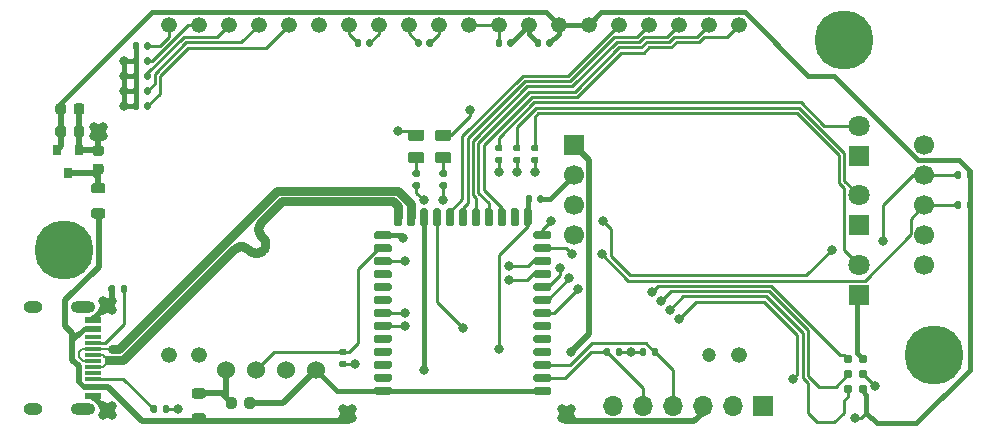
<source format=gtl>
G04 #@! TF.GenerationSoftware,KiCad,Pcbnew,(5.1.10)-1*
G04 #@! TF.CreationDate,2021-10-09T13:26:38+02:00*
G04 #@! TF.ProjectId,AirQualitySensor,41697251-7561-46c6-9974-7953656e736f,rev?*
G04 #@! TF.SameCoordinates,Original*
G04 #@! TF.FileFunction,Copper,L1,Top*
G04 #@! TF.FilePolarity,Positive*
%FSLAX46Y46*%
G04 Gerber Fmt 4.6, Leading zero omitted, Abs format (unit mm)*
G04 Created by KiCad (PCBNEW (5.1.10)-1) date 2021-10-09 13:26:38*
%MOMM*%
%LPD*%
G01*
G04 APERTURE LIST*
G04 #@! TA.AperFunction,ComponentPad*
%ADD10C,5.000000*%
G04 #@! TD*
G04 #@! TA.AperFunction,ComponentPad*
%ADD11C,1.800000*%
G04 #@! TD*
G04 #@! TA.AperFunction,ComponentPad*
%ADD12R,1.800000X1.800000*%
G04 #@! TD*
G04 #@! TA.AperFunction,ComponentPad*
%ADD13O,1.700000X1.700000*%
G04 #@! TD*
G04 #@! TA.AperFunction,ComponentPad*
%ADD14R,1.700000X1.700000*%
G04 #@! TD*
G04 #@! TA.AperFunction,SMDPad,CuDef*
%ADD15C,0.787000*%
G04 #@! TD*
G04 #@! TA.AperFunction,SMDPad,CuDef*
%ADD16R,0.800000X0.900000*%
G04 #@! TD*
G04 #@! TA.AperFunction,SMDPad,CuDef*
%ADD17R,1.450000X0.600000*%
G04 #@! TD*
G04 #@! TA.AperFunction,SMDPad,CuDef*
%ADD18R,1.450000X0.300000*%
G04 #@! TD*
G04 #@! TA.AperFunction,ComponentPad*
%ADD19O,2.100000X1.000000*%
G04 #@! TD*
G04 #@! TA.AperFunction,ComponentPad*
%ADD20O,1.600000X1.000000*%
G04 #@! TD*
G04 #@! TA.AperFunction,ComponentPad*
%ADD21C,1.524000*%
G04 #@! TD*
G04 #@! TA.AperFunction,ComponentPad*
%ADD22C,1.700000*%
G04 #@! TD*
G04 #@! TA.AperFunction,ComponentPad*
%ADD23C,1.337000*%
G04 #@! TD*
G04 #@! TA.AperFunction,ComponentPad*
%ADD24C,1.200000*%
G04 #@! TD*
G04 #@! TA.AperFunction,ViaPad*
%ADD25C,0.800000*%
G04 #@! TD*
G04 #@! TA.AperFunction,Conductor*
%ADD26C,0.500000*%
G04 #@! TD*
G04 #@! TA.AperFunction,Conductor*
%ADD27C,0.400000*%
G04 #@! TD*
G04 #@! TA.AperFunction,Conductor*
%ADD28C,0.250000*%
G04 #@! TD*
G04 #@! TA.AperFunction,Conductor*
%ADD29C,0.200000*%
G04 #@! TD*
G04 #@! TA.AperFunction,Conductor*
%ADD30C,0.770000*%
G04 #@! TD*
G04 APERTURE END LIST*
G04 #@! TA.AperFunction,SMDPad,CuDef*
G36*
G01*
X113029750Y-103139500D02*
X113792250Y-103139500D01*
G75*
G02*
X114011000Y-103358250I0J-218750D01*
G01*
X114011000Y-103795750D01*
G75*
G02*
X113792250Y-104014500I-218750J0D01*
G01*
X113029750Y-104014500D01*
G75*
G02*
X112811000Y-103795750I0J218750D01*
G01*
X112811000Y-103358250D01*
G75*
G02*
X113029750Y-103139500I218750J0D01*
G01*
G37*
G04 #@! TD.AperFunction*
G04 #@! TA.AperFunction,SMDPad,CuDef*
G36*
G01*
X113029750Y-101014500D02*
X113792250Y-101014500D01*
G75*
G02*
X114011000Y-101233250I0J-218750D01*
G01*
X114011000Y-101670750D01*
G75*
G02*
X113792250Y-101889500I-218750J0D01*
G01*
X113029750Y-101889500D01*
G75*
G02*
X112811000Y-101670750I0J218750D01*
G01*
X112811000Y-101233250D01*
G75*
G02*
X113029750Y-101014500I218750J0D01*
G01*
G37*
G04 #@! TD.AperFunction*
G04 #@! TA.AperFunction,SMDPad,CuDef*
G36*
G01*
X121538750Y-120513000D02*
X122301250Y-120513000D01*
G75*
G02*
X122520000Y-120731750I0J-218750D01*
G01*
X122520000Y-121169250D01*
G75*
G02*
X122301250Y-121388000I-218750J0D01*
G01*
X121538750Y-121388000D01*
G75*
G02*
X121320000Y-121169250I0J218750D01*
G01*
X121320000Y-120731750D01*
G75*
G02*
X121538750Y-120513000I218750J0D01*
G01*
G37*
G04 #@! TD.AperFunction*
G04 #@! TA.AperFunction,SMDPad,CuDef*
G36*
G01*
X121538750Y-118388000D02*
X122301250Y-118388000D01*
G75*
G02*
X122520000Y-118606750I0J-218750D01*
G01*
X122520000Y-119044250D01*
G75*
G02*
X122301250Y-119263000I-218750J0D01*
G01*
X121538750Y-119263000D01*
G75*
G02*
X121320000Y-119044250I0J218750D01*
G01*
X121320000Y-118606750D01*
G75*
G02*
X121538750Y-118388000I218750J0D01*
G01*
G37*
G04 #@! TD.AperFunction*
G04 #@! TA.AperFunction,SMDPad,CuDef*
G36*
G01*
X142436000Y-100949000D02*
X142806000Y-100949000D01*
G75*
G02*
X142941000Y-101084000I0J-135000D01*
G01*
X142941000Y-101354000D01*
G75*
G02*
X142806000Y-101489000I-135000J0D01*
G01*
X142436000Y-101489000D01*
G75*
G02*
X142301000Y-101354000I0J135000D01*
G01*
X142301000Y-101084000D01*
G75*
G02*
X142436000Y-100949000I135000J0D01*
G01*
G37*
G04 #@! TD.AperFunction*
G04 #@! TA.AperFunction,SMDPad,CuDef*
G36*
G01*
X142436000Y-99929000D02*
X142806000Y-99929000D01*
G75*
G02*
X142941000Y-100064000I0J-135000D01*
G01*
X142941000Y-100334000D01*
G75*
G02*
X142806000Y-100469000I-135000J0D01*
G01*
X142436000Y-100469000D01*
G75*
G02*
X142301000Y-100334000I0J135000D01*
G01*
X142301000Y-100064000D01*
G75*
G02*
X142436000Y-99929000I135000J0D01*
G01*
G37*
G04 #@! TD.AperFunction*
G04 #@! TA.AperFunction,SMDPad,CuDef*
G36*
G01*
X140150000Y-100949000D02*
X140520000Y-100949000D01*
G75*
G02*
X140655000Y-101084000I0J-135000D01*
G01*
X140655000Y-101354000D01*
G75*
G02*
X140520000Y-101489000I-135000J0D01*
G01*
X140150000Y-101489000D01*
G75*
G02*
X140015000Y-101354000I0J135000D01*
G01*
X140015000Y-101084000D01*
G75*
G02*
X140150000Y-100949000I135000J0D01*
G01*
G37*
G04 #@! TD.AperFunction*
G04 #@! TA.AperFunction,SMDPad,CuDef*
G36*
G01*
X140150000Y-99929000D02*
X140520000Y-99929000D01*
G75*
G02*
X140655000Y-100064000I0J-135000D01*
G01*
X140655000Y-100334000D01*
G75*
G02*
X140520000Y-100469000I-135000J0D01*
G01*
X140150000Y-100469000D01*
G75*
G02*
X140015000Y-100334000I0J135000D01*
G01*
X140015000Y-100064000D01*
G75*
G02*
X140150000Y-99929000I135000J0D01*
G01*
G37*
G04 #@! TD.AperFunction*
G04 #@! TA.AperFunction,SMDPad,CuDef*
G36*
G01*
X142164750Y-98367000D02*
X143077250Y-98367000D01*
G75*
G02*
X143321000Y-98610750I0J-243750D01*
G01*
X143321000Y-99098250D01*
G75*
G02*
X143077250Y-99342000I-243750J0D01*
G01*
X142164750Y-99342000D01*
G75*
G02*
X141921000Y-99098250I0J243750D01*
G01*
X141921000Y-98610750D01*
G75*
G02*
X142164750Y-98367000I243750J0D01*
G01*
G37*
G04 #@! TD.AperFunction*
G04 #@! TA.AperFunction,SMDPad,CuDef*
G36*
G01*
X142164750Y-96492000D02*
X143077250Y-96492000D01*
G75*
G02*
X143321000Y-96735750I0J-243750D01*
G01*
X143321000Y-97223250D01*
G75*
G02*
X143077250Y-97467000I-243750J0D01*
G01*
X142164750Y-97467000D01*
G75*
G02*
X141921000Y-97223250I0J243750D01*
G01*
X141921000Y-96735750D01*
G75*
G02*
X142164750Y-96492000I243750J0D01*
G01*
G37*
G04 #@! TD.AperFunction*
G04 #@! TA.AperFunction,SMDPad,CuDef*
G36*
G01*
X139878750Y-98367000D02*
X140791250Y-98367000D01*
G75*
G02*
X141035000Y-98610750I0J-243750D01*
G01*
X141035000Y-99098250D01*
G75*
G02*
X140791250Y-99342000I-243750J0D01*
G01*
X139878750Y-99342000D01*
G75*
G02*
X139635000Y-99098250I0J243750D01*
G01*
X139635000Y-98610750D01*
G75*
G02*
X139878750Y-98367000I243750J0D01*
G01*
G37*
G04 #@! TD.AperFunction*
G04 #@! TA.AperFunction,SMDPad,CuDef*
G36*
G01*
X139878750Y-96492000D02*
X140791250Y-96492000D01*
G75*
G02*
X141035000Y-96735750I0J-243750D01*
G01*
X141035000Y-97223250D01*
G75*
G02*
X140791250Y-97467000I-243750J0D01*
G01*
X139878750Y-97467000D01*
G75*
G02*
X139635000Y-97223250I0J243750D01*
G01*
X139635000Y-96735750D01*
G75*
G02*
X139878750Y-96492000I243750J0D01*
G01*
G37*
G04 #@! TD.AperFunction*
G04 #@! TA.AperFunction,SMDPad,CuDef*
G36*
G01*
X157212000Y-115501000D02*
X157212000Y-115131000D01*
G75*
G02*
X157347000Y-114996000I135000J0D01*
G01*
X157617000Y-114996000D01*
G75*
G02*
X157752000Y-115131000I0J-135000D01*
G01*
X157752000Y-115501000D01*
G75*
G02*
X157617000Y-115636000I-135000J0D01*
G01*
X157347000Y-115636000D01*
G75*
G02*
X157212000Y-115501000I0J135000D01*
G01*
G37*
G04 #@! TD.AperFunction*
G04 #@! TA.AperFunction,SMDPad,CuDef*
G36*
G01*
X156192000Y-115501000D02*
X156192000Y-115131000D01*
G75*
G02*
X156327000Y-114996000I135000J0D01*
G01*
X156597000Y-114996000D01*
G75*
G02*
X156732000Y-115131000I0J-135000D01*
G01*
X156732000Y-115501000D01*
G75*
G02*
X156597000Y-115636000I-135000J0D01*
G01*
X156327000Y-115636000D01*
G75*
G02*
X156192000Y-115501000I0J135000D01*
G01*
G37*
G04 #@! TD.AperFunction*
G04 #@! TA.AperFunction,SMDPad,CuDef*
G36*
G01*
X160262000Y-115501000D02*
X160262000Y-115131000D01*
G75*
G02*
X160397000Y-114996000I135000J0D01*
G01*
X160667000Y-114996000D01*
G75*
G02*
X160802000Y-115131000I0J-135000D01*
G01*
X160802000Y-115501000D01*
G75*
G02*
X160667000Y-115636000I-135000J0D01*
G01*
X160397000Y-115636000D01*
G75*
G02*
X160262000Y-115501000I0J135000D01*
G01*
G37*
G04 #@! TD.AperFunction*
G04 #@! TA.AperFunction,SMDPad,CuDef*
G36*
G01*
X159242000Y-115501000D02*
X159242000Y-115131000D01*
G75*
G02*
X159377000Y-114996000I135000J0D01*
G01*
X159647000Y-114996000D01*
G75*
G02*
X159782000Y-115131000I0J-135000D01*
G01*
X159782000Y-115501000D01*
G75*
G02*
X159647000Y-115636000I-135000J0D01*
G01*
X159377000Y-115636000D01*
G75*
G02*
X159242000Y-115501000I0J135000D01*
G01*
G37*
G04 #@! TD.AperFunction*
D10*
X184150000Y-115570000D03*
X176530000Y-88900000D03*
X110490000Y-106680000D03*
G04 #@! TA.AperFunction,SMDPad,CuDef*
G36*
G01*
X147135000Y-98792000D02*
X147505000Y-98792000D01*
G75*
G02*
X147640000Y-98927000I0J-135000D01*
G01*
X147640000Y-99197000D01*
G75*
G02*
X147505000Y-99332000I-135000J0D01*
G01*
X147135000Y-99332000D01*
G75*
G02*
X147000000Y-99197000I0J135000D01*
G01*
X147000000Y-98927000D01*
G75*
G02*
X147135000Y-98792000I135000J0D01*
G01*
G37*
G04 #@! TD.AperFunction*
G04 #@! TA.AperFunction,SMDPad,CuDef*
G36*
G01*
X147135000Y-97772000D02*
X147505000Y-97772000D01*
G75*
G02*
X147640000Y-97907000I0J-135000D01*
G01*
X147640000Y-98177000D01*
G75*
G02*
X147505000Y-98312000I-135000J0D01*
G01*
X147135000Y-98312000D01*
G75*
G02*
X147000000Y-98177000I0J135000D01*
G01*
X147000000Y-97907000D01*
G75*
G02*
X147135000Y-97772000I135000J0D01*
G01*
G37*
G04 #@! TD.AperFunction*
G04 #@! TA.AperFunction,SMDPad,CuDef*
G36*
G01*
X148659000Y-98792000D02*
X149029000Y-98792000D01*
G75*
G02*
X149164000Y-98927000I0J-135000D01*
G01*
X149164000Y-99197000D01*
G75*
G02*
X149029000Y-99332000I-135000J0D01*
G01*
X148659000Y-99332000D01*
G75*
G02*
X148524000Y-99197000I0J135000D01*
G01*
X148524000Y-98927000D01*
G75*
G02*
X148659000Y-98792000I135000J0D01*
G01*
G37*
G04 #@! TD.AperFunction*
G04 #@! TA.AperFunction,SMDPad,CuDef*
G36*
G01*
X148659000Y-97772000D02*
X149029000Y-97772000D01*
G75*
G02*
X149164000Y-97907000I0J-135000D01*
G01*
X149164000Y-98177000D01*
G75*
G02*
X149029000Y-98312000I-135000J0D01*
G01*
X148659000Y-98312000D01*
G75*
G02*
X148524000Y-98177000I0J135000D01*
G01*
X148524000Y-97907000D01*
G75*
G02*
X148659000Y-97772000I135000J0D01*
G01*
G37*
G04 #@! TD.AperFunction*
G04 #@! TA.AperFunction,SMDPad,CuDef*
G36*
G01*
X150183000Y-98792000D02*
X150553000Y-98792000D01*
G75*
G02*
X150688000Y-98927000I0J-135000D01*
G01*
X150688000Y-99197000D01*
G75*
G02*
X150553000Y-99332000I-135000J0D01*
G01*
X150183000Y-99332000D01*
G75*
G02*
X150048000Y-99197000I0J135000D01*
G01*
X150048000Y-98927000D01*
G75*
G02*
X150183000Y-98792000I135000J0D01*
G01*
G37*
G04 #@! TD.AperFunction*
G04 #@! TA.AperFunction,SMDPad,CuDef*
G36*
G01*
X150183000Y-97772000D02*
X150553000Y-97772000D01*
G75*
G02*
X150688000Y-97907000I0J-135000D01*
G01*
X150688000Y-98177000D01*
G75*
G02*
X150553000Y-98312000I-135000J0D01*
G01*
X150183000Y-98312000D01*
G75*
G02*
X150048000Y-98177000I0J135000D01*
G01*
X150048000Y-97907000D01*
G75*
G02*
X150183000Y-97772000I135000J0D01*
G01*
G37*
G04 #@! TD.AperFunction*
D11*
X177800000Y-96150000D03*
D12*
X177800000Y-98690000D03*
D11*
X177800000Y-102050000D03*
D12*
X177800000Y-104590000D03*
D11*
X177800000Y-107950000D03*
D12*
X177800000Y-110490000D03*
G04 #@! TA.AperFunction,SMDPad,CuDef*
G36*
G01*
X150930000Y-88984000D02*
X150930000Y-89324000D01*
G75*
G02*
X150790000Y-89464000I-140000J0D01*
G01*
X150510000Y-89464000D01*
G75*
G02*
X150370000Y-89324000I0J140000D01*
G01*
X150370000Y-88984000D01*
G75*
G02*
X150510000Y-88844000I140000J0D01*
G01*
X150790000Y-88844000D01*
G75*
G02*
X150930000Y-88984000I0J-140000D01*
G01*
G37*
G04 #@! TD.AperFunction*
G04 #@! TA.AperFunction,SMDPad,CuDef*
G36*
G01*
X151890000Y-88984000D02*
X151890000Y-89324000D01*
G75*
G02*
X151750000Y-89464000I-140000J0D01*
G01*
X151470000Y-89464000D01*
G75*
G02*
X151330000Y-89324000I0J140000D01*
G01*
X151330000Y-88984000D01*
G75*
G02*
X151470000Y-88844000I140000J0D01*
G01*
X151750000Y-88844000D01*
G75*
G02*
X151890000Y-88984000I0J-140000D01*
G01*
G37*
G04 #@! TD.AperFunction*
D13*
X156972000Y-119888000D03*
X159512000Y-119888000D03*
X162052000Y-119888000D03*
X164592000Y-119888000D03*
X167132000Y-119888000D03*
D14*
X169672000Y-119888000D03*
D15*
X178181000Y-118491000D03*
X178181000Y-117221000D03*
X178181000Y-115951000D03*
X176911000Y-115951000D03*
X176911000Y-117221000D03*
X176911000Y-118491000D03*
G04 #@! TA.AperFunction,SMDPad,CuDef*
G36*
G01*
X116894000Y-89238000D02*
X116894000Y-89578000D01*
G75*
G02*
X116754000Y-89718000I-140000J0D01*
G01*
X116474000Y-89718000D01*
G75*
G02*
X116334000Y-89578000I0J140000D01*
G01*
X116334000Y-89238000D01*
G75*
G02*
X116474000Y-89098000I140000J0D01*
G01*
X116754000Y-89098000D01*
G75*
G02*
X116894000Y-89238000I0J-140000D01*
G01*
G37*
G04 #@! TD.AperFunction*
G04 #@! TA.AperFunction,SMDPad,CuDef*
G36*
G01*
X117854000Y-89238000D02*
X117854000Y-89578000D01*
G75*
G02*
X117714000Y-89718000I-140000J0D01*
G01*
X117434000Y-89718000D01*
G75*
G02*
X117294000Y-89578000I0J140000D01*
G01*
X117294000Y-89238000D01*
G75*
G02*
X117434000Y-89098000I140000J0D01*
G01*
X117714000Y-89098000D01*
G75*
G02*
X117854000Y-89238000I0J-140000D01*
G01*
G37*
G04 #@! TD.AperFunction*
G04 #@! TA.AperFunction,SMDPad,CuDef*
G36*
G01*
X147628000Y-88984000D02*
X147628000Y-89324000D01*
G75*
G02*
X147488000Y-89464000I-140000J0D01*
G01*
X147208000Y-89464000D01*
G75*
G02*
X147068000Y-89324000I0J140000D01*
G01*
X147068000Y-88984000D01*
G75*
G02*
X147208000Y-88844000I140000J0D01*
G01*
X147488000Y-88844000D01*
G75*
G02*
X147628000Y-88984000I0J-140000D01*
G01*
G37*
G04 #@! TD.AperFunction*
G04 #@! TA.AperFunction,SMDPad,CuDef*
G36*
G01*
X148588000Y-88984000D02*
X148588000Y-89324000D01*
G75*
G02*
X148448000Y-89464000I-140000J0D01*
G01*
X148168000Y-89464000D01*
G75*
G02*
X148028000Y-89324000I0J140000D01*
G01*
X148028000Y-88984000D01*
G75*
G02*
X148168000Y-88844000I140000J0D01*
G01*
X148448000Y-88844000D01*
G75*
G02*
X148588000Y-88984000I0J-140000D01*
G01*
G37*
G04 #@! TD.AperFunction*
G04 #@! TA.AperFunction,SMDPad,CuDef*
G36*
G01*
X116894000Y-90508000D02*
X116894000Y-90848000D01*
G75*
G02*
X116754000Y-90988000I-140000J0D01*
G01*
X116474000Y-90988000D01*
G75*
G02*
X116334000Y-90848000I0J140000D01*
G01*
X116334000Y-90508000D01*
G75*
G02*
X116474000Y-90368000I140000J0D01*
G01*
X116754000Y-90368000D01*
G75*
G02*
X116894000Y-90508000I0J-140000D01*
G01*
G37*
G04 #@! TD.AperFunction*
G04 #@! TA.AperFunction,SMDPad,CuDef*
G36*
G01*
X117854000Y-90508000D02*
X117854000Y-90848000D01*
G75*
G02*
X117714000Y-90988000I-140000J0D01*
G01*
X117434000Y-90988000D01*
G75*
G02*
X117294000Y-90848000I0J140000D01*
G01*
X117294000Y-90508000D01*
G75*
G02*
X117434000Y-90368000I140000J0D01*
G01*
X117714000Y-90368000D01*
G75*
G02*
X117854000Y-90508000I0J-140000D01*
G01*
G37*
G04 #@! TD.AperFunction*
G04 #@! TA.AperFunction,SMDPad,CuDef*
G36*
G01*
X116894000Y-91778000D02*
X116894000Y-92118000D01*
G75*
G02*
X116754000Y-92258000I-140000J0D01*
G01*
X116474000Y-92258000D01*
G75*
G02*
X116334000Y-92118000I0J140000D01*
G01*
X116334000Y-91778000D01*
G75*
G02*
X116474000Y-91638000I140000J0D01*
G01*
X116754000Y-91638000D01*
G75*
G02*
X116894000Y-91778000I0J-140000D01*
G01*
G37*
G04 #@! TD.AperFunction*
G04 #@! TA.AperFunction,SMDPad,CuDef*
G36*
G01*
X117854000Y-91778000D02*
X117854000Y-92118000D01*
G75*
G02*
X117714000Y-92258000I-140000J0D01*
G01*
X117434000Y-92258000D01*
G75*
G02*
X117294000Y-92118000I0J140000D01*
G01*
X117294000Y-91778000D01*
G75*
G02*
X117434000Y-91638000I140000J0D01*
G01*
X117714000Y-91638000D01*
G75*
G02*
X117854000Y-91778000I0J-140000D01*
G01*
G37*
G04 #@! TD.AperFunction*
G04 #@! TA.AperFunction,SMDPad,CuDef*
G36*
G01*
X140798000Y-88984000D02*
X140798000Y-89324000D01*
G75*
G02*
X140658000Y-89464000I-140000J0D01*
G01*
X140378000Y-89464000D01*
G75*
G02*
X140238000Y-89324000I0J140000D01*
G01*
X140238000Y-88984000D01*
G75*
G02*
X140378000Y-88844000I140000J0D01*
G01*
X140658000Y-88844000D01*
G75*
G02*
X140798000Y-88984000I0J-140000D01*
G01*
G37*
G04 #@! TD.AperFunction*
G04 #@! TA.AperFunction,SMDPad,CuDef*
G36*
G01*
X141758000Y-88984000D02*
X141758000Y-89324000D01*
G75*
G02*
X141618000Y-89464000I-140000J0D01*
G01*
X141338000Y-89464000D01*
G75*
G02*
X141198000Y-89324000I0J140000D01*
G01*
X141198000Y-88984000D01*
G75*
G02*
X141338000Y-88844000I140000J0D01*
G01*
X141618000Y-88844000D01*
G75*
G02*
X141758000Y-88984000I0J-140000D01*
G01*
G37*
G04 #@! TD.AperFunction*
G04 #@! TA.AperFunction,SMDPad,CuDef*
G36*
G01*
X116894000Y-93048000D02*
X116894000Y-93388000D01*
G75*
G02*
X116754000Y-93528000I-140000J0D01*
G01*
X116474000Y-93528000D01*
G75*
G02*
X116334000Y-93388000I0J140000D01*
G01*
X116334000Y-93048000D01*
G75*
G02*
X116474000Y-92908000I140000J0D01*
G01*
X116754000Y-92908000D01*
G75*
G02*
X116894000Y-93048000I0J-140000D01*
G01*
G37*
G04 #@! TD.AperFunction*
G04 #@! TA.AperFunction,SMDPad,CuDef*
G36*
G01*
X117854000Y-93048000D02*
X117854000Y-93388000D01*
G75*
G02*
X117714000Y-93528000I-140000J0D01*
G01*
X117434000Y-93528000D01*
G75*
G02*
X117294000Y-93388000I0J140000D01*
G01*
X117294000Y-93048000D01*
G75*
G02*
X117434000Y-92908000I140000J0D01*
G01*
X117714000Y-92908000D01*
G75*
G02*
X117854000Y-93048000I0J-140000D01*
G01*
G37*
G04 #@! TD.AperFunction*
G04 #@! TA.AperFunction,SMDPad,CuDef*
G36*
G01*
X136650000Y-88984000D02*
X136650000Y-89324000D01*
G75*
G02*
X136510000Y-89464000I-140000J0D01*
G01*
X136230000Y-89464000D01*
G75*
G02*
X136090000Y-89324000I0J140000D01*
G01*
X136090000Y-88984000D01*
G75*
G02*
X136230000Y-88844000I140000J0D01*
G01*
X136510000Y-88844000D01*
G75*
G02*
X136650000Y-88984000I0J-140000D01*
G01*
G37*
G04 #@! TD.AperFunction*
G04 #@! TA.AperFunction,SMDPad,CuDef*
G36*
G01*
X135690000Y-88984000D02*
X135690000Y-89324000D01*
G75*
G02*
X135550000Y-89464000I-140000J0D01*
G01*
X135270000Y-89464000D01*
G75*
G02*
X135130000Y-89324000I0J140000D01*
G01*
X135130000Y-88984000D01*
G75*
G02*
X135270000Y-88844000I140000J0D01*
G01*
X135550000Y-88844000D01*
G75*
G02*
X135690000Y-88984000I0J-140000D01*
G01*
G37*
G04 #@! TD.AperFunction*
G04 #@! TA.AperFunction,SMDPad,CuDef*
G36*
G01*
X116894000Y-94318000D02*
X116894000Y-94658000D01*
G75*
G02*
X116754000Y-94798000I-140000J0D01*
G01*
X116474000Y-94798000D01*
G75*
G02*
X116334000Y-94658000I0J140000D01*
G01*
X116334000Y-94318000D01*
G75*
G02*
X116474000Y-94178000I140000J0D01*
G01*
X116754000Y-94178000D01*
G75*
G02*
X116894000Y-94318000I0J-140000D01*
G01*
G37*
G04 #@! TD.AperFunction*
G04 #@! TA.AperFunction,SMDPad,CuDef*
G36*
G01*
X117854000Y-94318000D02*
X117854000Y-94658000D01*
G75*
G02*
X117714000Y-94798000I-140000J0D01*
G01*
X117434000Y-94798000D01*
G75*
G02*
X117294000Y-94658000I0J140000D01*
G01*
X117294000Y-94318000D01*
G75*
G02*
X117434000Y-94178000I140000J0D01*
G01*
X117714000Y-94178000D01*
G75*
G02*
X117854000Y-94318000I0J-140000D01*
G01*
G37*
G04 #@! TD.AperFunction*
G04 #@! TA.AperFunction,SMDPad,CuDef*
G36*
G01*
X134297000Y-115584000D02*
X133927000Y-115584000D01*
G75*
G02*
X133792000Y-115449000I0J135000D01*
G01*
X133792000Y-115179000D01*
G75*
G02*
X133927000Y-115044000I135000J0D01*
G01*
X134297000Y-115044000D01*
G75*
G02*
X134432000Y-115179000I0J-135000D01*
G01*
X134432000Y-115449000D01*
G75*
G02*
X134297000Y-115584000I-135000J0D01*
G01*
G37*
G04 #@! TD.AperFunction*
G04 #@! TA.AperFunction,SMDPad,CuDef*
G36*
G01*
X134297000Y-116604000D02*
X133927000Y-116604000D01*
G75*
G02*
X133792000Y-116469000I0J135000D01*
G01*
X133792000Y-116199000D01*
G75*
G02*
X133927000Y-116064000I135000J0D01*
G01*
X134297000Y-116064000D01*
G75*
G02*
X134432000Y-116199000I0J-135000D01*
G01*
X134432000Y-116469000D01*
G75*
G02*
X134297000Y-116604000I-135000J0D01*
G01*
G37*
G04 #@! TD.AperFunction*
G04 #@! TA.AperFunction,SMDPad,CuDef*
G36*
G01*
X186450000Y-100145000D02*
X186450000Y-100515000D01*
G75*
G02*
X186315000Y-100650000I-135000J0D01*
G01*
X186045000Y-100650000D01*
G75*
G02*
X185910000Y-100515000I0J135000D01*
G01*
X185910000Y-100145000D01*
G75*
G02*
X186045000Y-100010000I135000J0D01*
G01*
X186315000Y-100010000D01*
G75*
G02*
X186450000Y-100145000I0J-135000D01*
G01*
G37*
G04 #@! TD.AperFunction*
G04 #@! TA.AperFunction,SMDPad,CuDef*
G36*
G01*
X187470000Y-100145000D02*
X187470000Y-100515000D01*
G75*
G02*
X187335000Y-100650000I-135000J0D01*
G01*
X187065000Y-100650000D01*
G75*
G02*
X186930000Y-100515000I0J135000D01*
G01*
X186930000Y-100145000D01*
G75*
G02*
X187065000Y-100010000I135000J0D01*
G01*
X187335000Y-100010000D01*
G75*
G02*
X187470000Y-100145000I0J-135000D01*
G01*
G37*
G04 #@! TD.AperFunction*
G04 #@! TA.AperFunction,SMDPad,CuDef*
G36*
G01*
X186450000Y-102685000D02*
X186450000Y-103055000D01*
G75*
G02*
X186315000Y-103190000I-135000J0D01*
G01*
X186045000Y-103190000D01*
G75*
G02*
X185910000Y-103055000I0J135000D01*
G01*
X185910000Y-102685000D01*
G75*
G02*
X186045000Y-102550000I135000J0D01*
G01*
X186315000Y-102550000D01*
G75*
G02*
X186450000Y-102685000I0J-135000D01*
G01*
G37*
G04 #@! TD.AperFunction*
G04 #@! TA.AperFunction,SMDPad,CuDef*
G36*
G01*
X187470000Y-102685000D02*
X187470000Y-103055000D01*
G75*
G02*
X187335000Y-103190000I-135000J0D01*
G01*
X187065000Y-103190000D01*
G75*
G02*
X186930000Y-103055000I0J135000D01*
G01*
X186930000Y-102685000D01*
G75*
G02*
X187065000Y-102550000I135000J0D01*
G01*
X187335000Y-102550000D01*
G75*
G02*
X187470000Y-102685000I0J-135000D01*
G01*
G37*
G04 #@! TD.AperFunction*
G04 #@! TA.AperFunction,SMDPad,CuDef*
G36*
G01*
X150168000Y-102192000D02*
X150168000Y-102532000D01*
G75*
G02*
X150028000Y-102672000I-140000J0D01*
G01*
X149748000Y-102672000D01*
G75*
G02*
X149608000Y-102532000I0J140000D01*
G01*
X149608000Y-102192000D01*
G75*
G02*
X149748000Y-102052000I140000J0D01*
G01*
X150028000Y-102052000D01*
G75*
G02*
X150168000Y-102192000I0J-140000D01*
G01*
G37*
G04 #@! TD.AperFunction*
G04 #@! TA.AperFunction,SMDPad,CuDef*
G36*
G01*
X151128000Y-102192000D02*
X151128000Y-102532000D01*
G75*
G02*
X150988000Y-102672000I-140000J0D01*
G01*
X150708000Y-102672000D01*
G75*
G02*
X150568000Y-102532000I0J140000D01*
G01*
X150568000Y-102192000D01*
G75*
G02*
X150708000Y-102052000I140000J0D01*
G01*
X150988000Y-102052000D01*
G75*
G02*
X151128000Y-102192000I0J-140000D01*
G01*
G37*
G04 #@! TD.AperFunction*
D16*
X110871000Y-100187000D03*
X109921000Y-98187000D03*
X111821000Y-98187000D03*
G04 #@! TA.AperFunction,SMDPad,CuDef*
G36*
G01*
X118858000Y-120327000D02*
X118858000Y-119957000D01*
G75*
G02*
X118993000Y-119822000I135000J0D01*
G01*
X119263000Y-119822000D01*
G75*
G02*
X119398000Y-119957000I0J-135000D01*
G01*
X119398000Y-120327000D01*
G75*
G02*
X119263000Y-120462000I-135000J0D01*
G01*
X118993000Y-120462000D01*
G75*
G02*
X118858000Y-120327000I0J135000D01*
G01*
G37*
G04 #@! TD.AperFunction*
G04 #@! TA.AperFunction,SMDPad,CuDef*
G36*
G01*
X117838000Y-120327000D02*
X117838000Y-119957000D01*
G75*
G02*
X117973000Y-119822000I135000J0D01*
G01*
X118243000Y-119822000D01*
G75*
G02*
X118378000Y-119957000I0J-135000D01*
G01*
X118378000Y-120327000D01*
G75*
G02*
X118243000Y-120462000I-135000J0D01*
G01*
X117973000Y-120462000D01*
G75*
G02*
X117838000Y-120327000I0J135000D01*
G01*
G37*
G04 #@! TD.AperFunction*
G04 #@! TA.AperFunction,SMDPad,CuDef*
G36*
G01*
X115302000Y-110167000D02*
X115302000Y-109797000D01*
G75*
G02*
X115437000Y-109662000I135000J0D01*
G01*
X115707000Y-109662000D01*
G75*
G02*
X115842000Y-109797000I0J-135000D01*
G01*
X115842000Y-110167000D01*
G75*
G02*
X115707000Y-110302000I-135000J0D01*
G01*
X115437000Y-110302000D01*
G75*
G02*
X115302000Y-110167000I0J135000D01*
G01*
G37*
G04 #@! TD.AperFunction*
G04 #@! TA.AperFunction,SMDPad,CuDef*
G36*
G01*
X114282000Y-110167000D02*
X114282000Y-109797000D01*
G75*
G02*
X114417000Y-109662000I135000J0D01*
G01*
X114687000Y-109662000D01*
G75*
G02*
X114822000Y-109797000I0J-135000D01*
G01*
X114822000Y-110167000D01*
G75*
G02*
X114687000Y-110302000I-135000J0D01*
G01*
X114417000Y-110302000D01*
G75*
G02*
X114282000Y-110167000I0J135000D01*
G01*
G37*
G04 #@! TD.AperFunction*
D17*
X113011000Y-119074000D03*
X113011000Y-118274000D03*
X113011000Y-113374000D03*
X113011000Y-112574000D03*
X113011000Y-112574000D03*
X113011000Y-113374000D03*
X113011000Y-118274000D03*
X113011000Y-119074000D03*
D18*
X113011000Y-114074000D03*
X113011000Y-114574000D03*
X113011000Y-115074000D03*
X113011000Y-116074000D03*
X113011000Y-116574000D03*
X113011000Y-117074000D03*
X113011000Y-117574000D03*
X113011000Y-115574000D03*
D19*
X112096000Y-120144000D03*
X112096000Y-111504000D03*
D20*
X107916000Y-111504000D03*
X107916000Y-120144000D03*
G04 #@! TA.AperFunction,SMDPad,CuDef*
G36*
G01*
X110686000Y-94492000D02*
X110686000Y-94992000D01*
G75*
G02*
X110461000Y-95217000I-225000J0D01*
G01*
X110011000Y-95217000D01*
G75*
G02*
X109786000Y-94992000I0J225000D01*
G01*
X109786000Y-94492000D01*
G75*
G02*
X110011000Y-94267000I225000J0D01*
G01*
X110461000Y-94267000D01*
G75*
G02*
X110686000Y-94492000I0J-225000D01*
G01*
G37*
G04 #@! TD.AperFunction*
G04 #@! TA.AperFunction,SMDPad,CuDef*
G36*
G01*
X112236000Y-94492000D02*
X112236000Y-94992000D01*
G75*
G02*
X112011000Y-95217000I-225000J0D01*
G01*
X111561000Y-95217000D01*
G75*
G02*
X111336000Y-94992000I0J225000D01*
G01*
X111336000Y-94492000D01*
G75*
G02*
X111561000Y-94267000I225000J0D01*
G01*
X112011000Y-94267000D01*
G75*
G02*
X112236000Y-94492000I0J-225000D01*
G01*
G37*
G04 #@! TD.AperFunction*
G04 #@! TA.AperFunction,SMDPad,CuDef*
G36*
G01*
X125788000Y-119884000D02*
X125788000Y-119384000D01*
G75*
G02*
X126013000Y-119159000I225000J0D01*
G01*
X126463000Y-119159000D01*
G75*
G02*
X126688000Y-119384000I0J-225000D01*
G01*
X126688000Y-119884000D01*
G75*
G02*
X126463000Y-120109000I-225000J0D01*
G01*
X126013000Y-120109000D01*
G75*
G02*
X125788000Y-119884000I0J225000D01*
G01*
G37*
G04 #@! TD.AperFunction*
G04 #@! TA.AperFunction,SMDPad,CuDef*
G36*
G01*
X124238000Y-119884000D02*
X124238000Y-119384000D01*
G75*
G02*
X124463000Y-119159000I225000J0D01*
G01*
X124913000Y-119159000D01*
G75*
G02*
X125138000Y-119384000I0J-225000D01*
G01*
X125138000Y-119884000D01*
G75*
G02*
X124913000Y-120109000I-225000J0D01*
G01*
X124463000Y-120109000D01*
G75*
G02*
X124238000Y-119884000I0J225000D01*
G01*
G37*
G04 #@! TD.AperFunction*
G04 #@! TA.AperFunction,SMDPad,CuDef*
G36*
G01*
X110686000Y-96397000D02*
X110686000Y-96897000D01*
G75*
G02*
X110461000Y-97122000I-225000J0D01*
G01*
X110011000Y-97122000D01*
G75*
G02*
X109786000Y-96897000I0J225000D01*
G01*
X109786000Y-96397000D01*
G75*
G02*
X110011000Y-96172000I225000J0D01*
G01*
X110461000Y-96172000D01*
G75*
G02*
X110686000Y-96397000I0J-225000D01*
G01*
G37*
G04 #@! TD.AperFunction*
G04 #@! TA.AperFunction,SMDPad,CuDef*
G36*
G01*
X112236000Y-96397000D02*
X112236000Y-96897000D01*
G75*
G02*
X112011000Y-97122000I-225000J0D01*
G01*
X111561000Y-97122000D01*
G75*
G02*
X111336000Y-96897000I0J225000D01*
G01*
X111336000Y-96397000D01*
G75*
G02*
X111561000Y-96172000I225000J0D01*
G01*
X112011000Y-96172000D01*
G75*
G02*
X112236000Y-96397000I0J-225000D01*
G01*
G37*
G04 #@! TD.AperFunction*
G04 #@! TA.AperFunction,SMDPad,CuDef*
G36*
G01*
X113161000Y-99372000D02*
X113661000Y-99372000D01*
G75*
G02*
X113886000Y-99597000I0J-225000D01*
G01*
X113886000Y-100047000D01*
G75*
G02*
X113661000Y-100272000I-225000J0D01*
G01*
X113161000Y-100272000D01*
G75*
G02*
X112936000Y-100047000I0J225000D01*
G01*
X112936000Y-99597000D01*
G75*
G02*
X113161000Y-99372000I225000J0D01*
G01*
G37*
G04 #@! TD.AperFunction*
G04 #@! TA.AperFunction,SMDPad,CuDef*
G36*
G01*
X113161000Y-97822000D02*
X113661000Y-97822000D01*
G75*
G02*
X113886000Y-98047000I0J-225000D01*
G01*
X113886000Y-98497000D01*
G75*
G02*
X113661000Y-98722000I-225000J0D01*
G01*
X113161000Y-98722000D01*
G75*
G02*
X112936000Y-98497000I0J225000D01*
G01*
X112936000Y-98047000D01*
G75*
G02*
X113161000Y-97822000I225000J0D01*
G01*
G37*
G04 #@! TD.AperFunction*
D21*
X131826000Y-116840000D03*
X129286000Y-116840000D03*
X126746000Y-116840000D03*
X124206000Y-116840000D03*
D22*
X183370000Y-97790000D03*
X183370000Y-100330000D03*
X183370000Y-102870000D03*
X183370000Y-105410000D03*
X153670000Y-105410000D03*
D14*
X153670000Y-97790000D03*
D22*
X153670000Y-100330000D03*
X153670000Y-102870000D03*
X183370000Y-107950000D03*
D23*
X167640000Y-115570000D03*
D24*
X165100000Y-115570000D03*
D23*
X121920000Y-115570000D03*
X119380000Y-115570000D03*
X119380000Y-87630000D03*
X121920000Y-87630000D03*
X124460000Y-87630000D03*
X127000000Y-87630000D03*
X129540000Y-87630000D03*
X132080000Y-87630000D03*
X134620000Y-87630000D03*
X137160000Y-87630000D03*
X139700000Y-87630000D03*
X142240000Y-87630000D03*
X144780000Y-87630000D03*
X147320000Y-87630000D03*
X149860000Y-87630000D03*
X152400000Y-87630000D03*
X154940000Y-87630000D03*
X157480000Y-87630000D03*
X160020000Y-87630000D03*
X162560000Y-87630000D03*
X165100000Y-87630000D03*
X167640000Y-87630000D03*
G04 #@! TA.AperFunction,SMDPad,CuDef*
G36*
G01*
X138604500Y-103149000D02*
X138939500Y-103149000D01*
G75*
G02*
X139107000Y-103316500I0J-167500D01*
G01*
X139107000Y-104511500D01*
G75*
G02*
X138939500Y-104679000I-167500J0D01*
G01*
X138604500Y-104679000D01*
G75*
G02*
X138437000Y-104511500I0J167500D01*
G01*
X138437000Y-103316500D01*
G75*
G02*
X138604500Y-103149000I167500J0D01*
G01*
G37*
G04 #@! TD.AperFunction*
G04 #@! TA.AperFunction,SMDPad,CuDef*
G36*
G01*
X139704500Y-103149000D02*
X140039500Y-103149000D01*
G75*
G02*
X140207000Y-103316500I0J-167500D01*
G01*
X140207000Y-104511500D01*
G75*
G02*
X140039500Y-104679000I-167500J0D01*
G01*
X139704500Y-104679000D01*
G75*
G02*
X139537000Y-104511500I0J167500D01*
G01*
X139537000Y-103316500D01*
G75*
G02*
X139704500Y-103149000I167500J0D01*
G01*
G37*
G04 #@! TD.AperFunction*
G04 #@! TA.AperFunction,SMDPad,CuDef*
G36*
G01*
X140804500Y-103149000D02*
X141139500Y-103149000D01*
G75*
G02*
X141307000Y-103316500I0J-167500D01*
G01*
X141307000Y-104511500D01*
G75*
G02*
X141139500Y-104679000I-167500J0D01*
G01*
X140804500Y-104679000D01*
G75*
G02*
X140637000Y-104511500I0J167500D01*
G01*
X140637000Y-103316500D01*
G75*
G02*
X140804500Y-103149000I167500J0D01*
G01*
G37*
G04 #@! TD.AperFunction*
G04 #@! TA.AperFunction,SMDPad,CuDef*
G36*
G01*
X141904500Y-103149000D02*
X142239500Y-103149000D01*
G75*
G02*
X142407000Y-103316500I0J-167500D01*
G01*
X142407000Y-104511500D01*
G75*
G02*
X142239500Y-104679000I-167500J0D01*
G01*
X141904500Y-104679000D01*
G75*
G02*
X141737000Y-104511500I0J167500D01*
G01*
X141737000Y-103316500D01*
G75*
G02*
X141904500Y-103149000I167500J0D01*
G01*
G37*
G04 #@! TD.AperFunction*
G04 #@! TA.AperFunction,SMDPad,CuDef*
G36*
G01*
X143004500Y-103149000D02*
X143339500Y-103149000D01*
G75*
G02*
X143507000Y-103316500I0J-167500D01*
G01*
X143507000Y-104511500D01*
G75*
G02*
X143339500Y-104679000I-167500J0D01*
G01*
X143004500Y-104679000D01*
G75*
G02*
X142837000Y-104511500I0J167500D01*
G01*
X142837000Y-103316500D01*
G75*
G02*
X143004500Y-103149000I167500J0D01*
G01*
G37*
G04 #@! TD.AperFunction*
G04 #@! TA.AperFunction,SMDPad,CuDef*
G36*
G01*
X149604500Y-103149000D02*
X149939500Y-103149000D01*
G75*
G02*
X150107000Y-103316500I0J-167500D01*
G01*
X150107000Y-104511500D01*
G75*
G02*
X149939500Y-104679000I-167500J0D01*
G01*
X149604500Y-104679000D01*
G75*
G02*
X149437000Y-104511500I0J167500D01*
G01*
X149437000Y-103316500D01*
G75*
G02*
X149604500Y-103149000I167500J0D01*
G01*
G37*
G04 #@! TD.AperFunction*
G04 #@! TA.AperFunction,SMDPad,CuDef*
G36*
G01*
X148504500Y-103149000D02*
X148839500Y-103149000D01*
G75*
G02*
X149007000Y-103316500I0J-167500D01*
G01*
X149007000Y-104511500D01*
G75*
G02*
X148839500Y-104679000I-167500J0D01*
G01*
X148504500Y-104679000D01*
G75*
G02*
X148337000Y-104511500I0J167500D01*
G01*
X148337000Y-103316500D01*
G75*
G02*
X148504500Y-103149000I167500J0D01*
G01*
G37*
G04 #@! TD.AperFunction*
G04 #@! TA.AperFunction,SMDPad,CuDef*
G36*
G01*
X147404500Y-103149000D02*
X147739500Y-103149000D01*
G75*
G02*
X147907000Y-103316500I0J-167500D01*
G01*
X147907000Y-104511500D01*
G75*
G02*
X147739500Y-104679000I-167500J0D01*
G01*
X147404500Y-104679000D01*
G75*
G02*
X147237000Y-104511500I0J167500D01*
G01*
X147237000Y-103316500D01*
G75*
G02*
X147404500Y-103149000I167500J0D01*
G01*
G37*
G04 #@! TD.AperFunction*
G04 #@! TA.AperFunction,SMDPad,CuDef*
G36*
G01*
X146304500Y-103149000D02*
X146639500Y-103149000D01*
G75*
G02*
X146807000Y-103316500I0J-167500D01*
G01*
X146807000Y-104511500D01*
G75*
G02*
X146639500Y-104679000I-167500J0D01*
G01*
X146304500Y-104679000D01*
G75*
G02*
X146137000Y-104511500I0J167500D01*
G01*
X146137000Y-103316500D01*
G75*
G02*
X146304500Y-103149000I167500J0D01*
G01*
G37*
G04 #@! TD.AperFunction*
G04 #@! TA.AperFunction,SMDPad,CuDef*
G36*
G01*
X145204500Y-103149000D02*
X145539500Y-103149000D01*
G75*
G02*
X145707000Y-103316500I0J-167500D01*
G01*
X145707000Y-104511500D01*
G75*
G02*
X145539500Y-104679000I-167500J0D01*
G01*
X145204500Y-104679000D01*
G75*
G02*
X145037000Y-104511500I0J167500D01*
G01*
X145037000Y-103316500D01*
G75*
G02*
X145204500Y-103149000I167500J0D01*
G01*
G37*
G04 #@! TD.AperFunction*
G04 #@! TA.AperFunction,SMDPad,CuDef*
G36*
G01*
X138287000Y-105246500D02*
X138287000Y-105581500D01*
G75*
G02*
X138119500Y-105749000I-167500J0D01*
G01*
X136924500Y-105749000D01*
G75*
G02*
X136757000Y-105581500I0J167500D01*
G01*
X136757000Y-105246500D01*
G75*
G02*
X136924500Y-105079000I167500J0D01*
G01*
X138119500Y-105079000D01*
G75*
G02*
X138287000Y-105246500I0J-167500D01*
G01*
G37*
G04 #@! TD.AperFunction*
G04 #@! TA.AperFunction,SMDPad,CuDef*
G36*
G01*
X144104500Y-103149000D02*
X144439500Y-103149000D01*
G75*
G02*
X144607000Y-103316500I0J-167500D01*
G01*
X144607000Y-104511500D01*
G75*
G02*
X144439500Y-104679000I-167500J0D01*
G01*
X144104500Y-104679000D01*
G75*
G02*
X143937000Y-104511500I0J167500D01*
G01*
X143937000Y-103316500D01*
G75*
G02*
X144104500Y-103149000I167500J0D01*
G01*
G37*
G04 #@! TD.AperFunction*
G04 #@! TA.AperFunction,SMDPad,CuDef*
G36*
G01*
X138287000Y-106346500D02*
X138287000Y-106681500D01*
G75*
G02*
X138119500Y-106849000I-167500J0D01*
G01*
X136924500Y-106849000D01*
G75*
G02*
X136757000Y-106681500I0J167500D01*
G01*
X136757000Y-106346500D01*
G75*
G02*
X136924500Y-106179000I167500J0D01*
G01*
X138119500Y-106179000D01*
G75*
G02*
X138287000Y-106346500I0J-167500D01*
G01*
G37*
G04 #@! TD.AperFunction*
G04 #@! TA.AperFunction,SMDPad,CuDef*
G36*
G01*
X138287000Y-107446500D02*
X138287000Y-107781500D01*
G75*
G02*
X138119500Y-107949000I-167500J0D01*
G01*
X136924500Y-107949000D01*
G75*
G02*
X136757000Y-107781500I0J167500D01*
G01*
X136757000Y-107446500D01*
G75*
G02*
X136924500Y-107279000I167500J0D01*
G01*
X138119500Y-107279000D01*
G75*
G02*
X138287000Y-107446500I0J-167500D01*
G01*
G37*
G04 #@! TD.AperFunction*
G04 #@! TA.AperFunction,SMDPad,CuDef*
G36*
G01*
X138287000Y-108546500D02*
X138287000Y-108881500D01*
G75*
G02*
X138119500Y-109049000I-167500J0D01*
G01*
X136924500Y-109049000D01*
G75*
G02*
X136757000Y-108881500I0J167500D01*
G01*
X136757000Y-108546500D01*
G75*
G02*
X136924500Y-108379000I167500J0D01*
G01*
X138119500Y-108379000D01*
G75*
G02*
X138287000Y-108546500I0J-167500D01*
G01*
G37*
G04 #@! TD.AperFunction*
G04 #@! TA.AperFunction,SMDPad,CuDef*
G36*
G01*
X138287000Y-109646500D02*
X138287000Y-109981500D01*
G75*
G02*
X138119500Y-110149000I-167500J0D01*
G01*
X136924500Y-110149000D01*
G75*
G02*
X136757000Y-109981500I0J167500D01*
G01*
X136757000Y-109646500D01*
G75*
G02*
X136924500Y-109479000I167500J0D01*
G01*
X138119500Y-109479000D01*
G75*
G02*
X138287000Y-109646500I0J-167500D01*
G01*
G37*
G04 #@! TD.AperFunction*
G04 #@! TA.AperFunction,SMDPad,CuDef*
G36*
G01*
X138287000Y-110746500D02*
X138287000Y-111081500D01*
G75*
G02*
X138119500Y-111249000I-167500J0D01*
G01*
X136924500Y-111249000D01*
G75*
G02*
X136757000Y-111081500I0J167500D01*
G01*
X136757000Y-110746500D01*
G75*
G02*
X136924500Y-110579000I167500J0D01*
G01*
X138119500Y-110579000D01*
G75*
G02*
X138287000Y-110746500I0J-167500D01*
G01*
G37*
G04 #@! TD.AperFunction*
G04 #@! TA.AperFunction,SMDPad,CuDef*
G36*
G01*
X138287000Y-118446500D02*
X138287000Y-118781500D01*
G75*
G02*
X138119500Y-118949000I-167500J0D01*
G01*
X136924500Y-118949000D01*
G75*
G02*
X136757000Y-118781500I0J167500D01*
G01*
X136757000Y-118446500D01*
G75*
G02*
X136924500Y-118279000I167500J0D01*
G01*
X138119500Y-118279000D01*
G75*
G02*
X138287000Y-118446500I0J-167500D01*
G01*
G37*
G04 #@! TD.AperFunction*
G04 #@! TA.AperFunction,SMDPad,CuDef*
G36*
G01*
X138287000Y-117346500D02*
X138287000Y-117681500D01*
G75*
G02*
X138119500Y-117849000I-167500J0D01*
G01*
X136924500Y-117849000D01*
G75*
G02*
X136757000Y-117681500I0J167500D01*
G01*
X136757000Y-117346500D01*
G75*
G02*
X136924500Y-117179000I167500J0D01*
G01*
X138119500Y-117179000D01*
G75*
G02*
X138287000Y-117346500I0J-167500D01*
G01*
G37*
G04 #@! TD.AperFunction*
G04 #@! TA.AperFunction,SMDPad,CuDef*
G36*
G01*
X138287000Y-116246500D02*
X138287000Y-116581500D01*
G75*
G02*
X138119500Y-116749000I-167500J0D01*
G01*
X136924500Y-116749000D01*
G75*
G02*
X136757000Y-116581500I0J167500D01*
G01*
X136757000Y-116246500D01*
G75*
G02*
X136924500Y-116079000I167500J0D01*
G01*
X138119500Y-116079000D01*
G75*
G02*
X138287000Y-116246500I0J-167500D01*
G01*
G37*
G04 #@! TD.AperFunction*
G04 #@! TA.AperFunction,SMDPad,CuDef*
G36*
G01*
X138287000Y-115146500D02*
X138287000Y-115481500D01*
G75*
G02*
X138119500Y-115649000I-167500J0D01*
G01*
X136924500Y-115649000D01*
G75*
G02*
X136757000Y-115481500I0J167500D01*
G01*
X136757000Y-115146500D01*
G75*
G02*
X136924500Y-114979000I167500J0D01*
G01*
X138119500Y-114979000D01*
G75*
G02*
X138287000Y-115146500I0J-167500D01*
G01*
G37*
G04 #@! TD.AperFunction*
G04 #@! TA.AperFunction,SMDPad,CuDef*
G36*
G01*
X138287000Y-114046500D02*
X138287000Y-114381500D01*
G75*
G02*
X138119500Y-114549000I-167500J0D01*
G01*
X136924500Y-114549000D01*
G75*
G02*
X136757000Y-114381500I0J167500D01*
G01*
X136757000Y-114046500D01*
G75*
G02*
X136924500Y-113879000I167500J0D01*
G01*
X138119500Y-113879000D01*
G75*
G02*
X138287000Y-114046500I0J-167500D01*
G01*
G37*
G04 #@! TD.AperFunction*
G04 #@! TA.AperFunction,SMDPad,CuDef*
G36*
G01*
X138287000Y-112946500D02*
X138287000Y-113281500D01*
G75*
G02*
X138119500Y-113449000I-167500J0D01*
G01*
X136924500Y-113449000D01*
G75*
G02*
X136757000Y-113281500I0J167500D01*
G01*
X136757000Y-112946500D01*
G75*
G02*
X136924500Y-112779000I167500J0D01*
G01*
X138119500Y-112779000D01*
G75*
G02*
X138287000Y-112946500I0J-167500D01*
G01*
G37*
G04 #@! TD.AperFunction*
G04 #@! TA.AperFunction,SMDPad,CuDef*
G36*
G01*
X151787000Y-118446500D02*
X151787000Y-118781500D01*
G75*
G02*
X151619500Y-118949000I-167500J0D01*
G01*
X150424500Y-118949000D01*
G75*
G02*
X150257000Y-118781500I0J167500D01*
G01*
X150257000Y-118446500D01*
G75*
G02*
X150424500Y-118279000I167500J0D01*
G01*
X151619500Y-118279000D01*
G75*
G02*
X151787000Y-118446500I0J-167500D01*
G01*
G37*
G04 #@! TD.AperFunction*
G04 #@! TA.AperFunction,SMDPad,CuDef*
G36*
G01*
X151787000Y-117346500D02*
X151787000Y-117681500D01*
G75*
G02*
X151619500Y-117849000I-167500J0D01*
G01*
X150424500Y-117849000D01*
G75*
G02*
X150257000Y-117681500I0J167500D01*
G01*
X150257000Y-117346500D01*
G75*
G02*
X150424500Y-117179000I167500J0D01*
G01*
X151619500Y-117179000D01*
G75*
G02*
X151787000Y-117346500I0J-167500D01*
G01*
G37*
G04 #@! TD.AperFunction*
G04 #@! TA.AperFunction,SMDPad,CuDef*
G36*
G01*
X151787000Y-116246500D02*
X151787000Y-116581500D01*
G75*
G02*
X151619500Y-116749000I-167500J0D01*
G01*
X150424500Y-116749000D01*
G75*
G02*
X150257000Y-116581500I0J167500D01*
G01*
X150257000Y-116246500D01*
G75*
G02*
X150424500Y-116079000I167500J0D01*
G01*
X151619500Y-116079000D01*
G75*
G02*
X151787000Y-116246500I0J-167500D01*
G01*
G37*
G04 #@! TD.AperFunction*
G04 #@! TA.AperFunction,SMDPad,CuDef*
G36*
G01*
X151787000Y-115146500D02*
X151787000Y-115481500D01*
G75*
G02*
X151619500Y-115649000I-167500J0D01*
G01*
X150424500Y-115649000D01*
G75*
G02*
X150257000Y-115481500I0J167500D01*
G01*
X150257000Y-115146500D01*
G75*
G02*
X150424500Y-114979000I167500J0D01*
G01*
X151619500Y-114979000D01*
G75*
G02*
X151787000Y-115146500I0J-167500D01*
G01*
G37*
G04 #@! TD.AperFunction*
G04 #@! TA.AperFunction,SMDPad,CuDef*
G36*
G01*
X151787000Y-114046500D02*
X151787000Y-114381500D01*
G75*
G02*
X151619500Y-114549000I-167500J0D01*
G01*
X150424500Y-114549000D01*
G75*
G02*
X150257000Y-114381500I0J167500D01*
G01*
X150257000Y-114046500D01*
G75*
G02*
X150424500Y-113879000I167500J0D01*
G01*
X151619500Y-113879000D01*
G75*
G02*
X151787000Y-114046500I0J-167500D01*
G01*
G37*
G04 #@! TD.AperFunction*
G04 #@! TA.AperFunction,SMDPad,CuDef*
G36*
G01*
X151787000Y-112946500D02*
X151787000Y-113281500D01*
G75*
G02*
X151619500Y-113449000I-167500J0D01*
G01*
X150424500Y-113449000D01*
G75*
G02*
X150257000Y-113281500I0J167500D01*
G01*
X150257000Y-112946500D01*
G75*
G02*
X150424500Y-112779000I167500J0D01*
G01*
X151619500Y-112779000D01*
G75*
G02*
X151787000Y-112946500I0J-167500D01*
G01*
G37*
G04 #@! TD.AperFunction*
G04 #@! TA.AperFunction,SMDPad,CuDef*
G36*
G01*
X151787000Y-105246500D02*
X151787000Y-105581500D01*
G75*
G02*
X151619500Y-105749000I-167500J0D01*
G01*
X150424500Y-105749000D01*
G75*
G02*
X150257000Y-105581500I0J167500D01*
G01*
X150257000Y-105246500D01*
G75*
G02*
X150424500Y-105079000I167500J0D01*
G01*
X151619500Y-105079000D01*
G75*
G02*
X151787000Y-105246500I0J-167500D01*
G01*
G37*
G04 #@! TD.AperFunction*
G04 #@! TA.AperFunction,SMDPad,CuDef*
G36*
G01*
X151787000Y-106346500D02*
X151787000Y-106681500D01*
G75*
G02*
X151619500Y-106849000I-167500J0D01*
G01*
X150424500Y-106849000D01*
G75*
G02*
X150257000Y-106681500I0J167500D01*
G01*
X150257000Y-106346500D01*
G75*
G02*
X150424500Y-106179000I167500J0D01*
G01*
X151619500Y-106179000D01*
G75*
G02*
X151787000Y-106346500I0J-167500D01*
G01*
G37*
G04 #@! TD.AperFunction*
G04 #@! TA.AperFunction,SMDPad,CuDef*
G36*
G01*
X151787000Y-107446500D02*
X151787000Y-107781500D01*
G75*
G02*
X151619500Y-107949000I-167500J0D01*
G01*
X150424500Y-107949000D01*
G75*
G02*
X150257000Y-107781500I0J167500D01*
G01*
X150257000Y-107446500D01*
G75*
G02*
X150424500Y-107279000I167500J0D01*
G01*
X151619500Y-107279000D01*
G75*
G02*
X151787000Y-107446500I0J-167500D01*
G01*
G37*
G04 #@! TD.AperFunction*
G04 #@! TA.AperFunction,SMDPad,CuDef*
G36*
G01*
X151787000Y-108546500D02*
X151787000Y-108881500D01*
G75*
G02*
X151619500Y-109049000I-167500J0D01*
G01*
X150424500Y-109049000D01*
G75*
G02*
X150257000Y-108881500I0J167500D01*
G01*
X150257000Y-108546500D01*
G75*
G02*
X150424500Y-108379000I167500J0D01*
G01*
X151619500Y-108379000D01*
G75*
G02*
X151787000Y-108546500I0J-167500D01*
G01*
G37*
G04 #@! TD.AperFunction*
G04 #@! TA.AperFunction,SMDPad,CuDef*
G36*
G01*
X151787000Y-109646500D02*
X151787000Y-109981500D01*
G75*
G02*
X151619500Y-110149000I-167500J0D01*
G01*
X150424500Y-110149000D01*
G75*
G02*
X150257000Y-109981500I0J167500D01*
G01*
X150257000Y-109646500D01*
G75*
G02*
X150424500Y-109479000I167500J0D01*
G01*
X151619500Y-109479000D01*
G75*
G02*
X151787000Y-109646500I0J-167500D01*
G01*
G37*
G04 #@! TD.AperFunction*
G04 #@! TA.AperFunction,SMDPad,CuDef*
G36*
G01*
X151787000Y-110746500D02*
X151787000Y-111081500D01*
G75*
G02*
X151619500Y-111249000I-167500J0D01*
G01*
X150424500Y-111249000D01*
G75*
G02*
X150257000Y-111081500I0J167500D01*
G01*
X150257000Y-110746500D01*
G75*
G02*
X150424500Y-110579000I167500J0D01*
G01*
X151619500Y-110579000D01*
G75*
G02*
X151787000Y-110746500I0J-167500D01*
G01*
G37*
G04 #@! TD.AperFunction*
G04 #@! TA.AperFunction,SMDPad,CuDef*
G36*
G01*
X138287000Y-111846500D02*
X138287000Y-112181500D01*
G75*
G02*
X138119500Y-112349000I-167500J0D01*
G01*
X136924500Y-112349000D01*
G75*
G02*
X136757000Y-112181500I0J167500D01*
G01*
X136757000Y-111846500D01*
G75*
G02*
X136924500Y-111679000I167500J0D01*
G01*
X138119500Y-111679000D01*
G75*
G02*
X138287000Y-111846500I0J-167500D01*
G01*
G37*
G04 #@! TD.AperFunction*
G04 #@! TA.AperFunction,SMDPad,CuDef*
G36*
G01*
X151787000Y-111846500D02*
X151787000Y-112181500D01*
G75*
G02*
X151619500Y-112349000I-167500J0D01*
G01*
X150424500Y-112349000D01*
G75*
G02*
X150257000Y-112181500I0J167500D01*
G01*
X150257000Y-111846500D01*
G75*
G02*
X150424500Y-111679000I167500J0D01*
G01*
X151619500Y-111679000D01*
G75*
G02*
X151787000Y-111846500I0J-167500D01*
G01*
G37*
G04 #@! TD.AperFunction*
D25*
X153416000Y-115316000D03*
X177500000Y-120900000D03*
X147320000Y-115062000D03*
X135128000Y-116332000D03*
X158496000Y-115316000D03*
X114554000Y-120650000D03*
X114554000Y-119888000D03*
X113792000Y-111760000D03*
X113792000Y-119888000D03*
X113792000Y-110998000D03*
X114554000Y-110998000D03*
X113792000Y-120650000D03*
X114554000Y-111760000D03*
X139192000Y-105664000D03*
X113030000Y-97028000D03*
X113030000Y-96266000D03*
X113792000Y-96266000D03*
X113792000Y-97028000D03*
X120142000Y-120142000D03*
X115570000Y-91948000D03*
X115570000Y-93218000D03*
X115570000Y-94488000D03*
X115570000Y-90678000D03*
X138811000Y-96647000D03*
X144907000Y-94869000D03*
X153543000Y-107061000D03*
X142621000Y-102489000D03*
X140970000Y-102489000D03*
X152654000Y-120904000D03*
X153416000Y-120904000D03*
X152654000Y-120142000D03*
X153416000Y-120142000D03*
X140970000Y-116840000D03*
X134874000Y-120142000D03*
X134112000Y-120142000D03*
X134112000Y-120904000D03*
X134874000Y-120904000D03*
X156083000Y-107061000D03*
X175514000Y-106680000D03*
X179832000Y-105918000D03*
X151765000Y-104267000D03*
X156177999Y-104234999D03*
X179200000Y-118200000D03*
X144272000Y-113284000D03*
X162560000Y-112522000D03*
X172200000Y-117600000D03*
X160274000Y-110236000D03*
X139350000Y-107614000D03*
X161798000Y-111760000D03*
X139350000Y-113114000D03*
X161036000Y-110998000D03*
X139350000Y-112014000D03*
X150368000Y-100076000D03*
X152527000Y-108204000D03*
X148844000Y-100076000D03*
X153289000Y-109093000D03*
X147320000Y-100076000D03*
X154051000Y-109982000D03*
X148200000Y-109220000D03*
X148209000Y-108077000D03*
D26*
X124206000Y-116840000D02*
X124180500Y-116840000D01*
X124206000Y-116840000D02*
X124206000Y-119139000D01*
X154970001Y-99090001D02*
X153670000Y-97790000D01*
X154970001Y-113761999D02*
X154970001Y-99090001D01*
X153416000Y-115316000D02*
X154970001Y-113761999D01*
X124688000Y-119621000D02*
X124206000Y-119139000D01*
X124688000Y-119634000D02*
X124688000Y-119621000D01*
X123892500Y-118825500D02*
X124206000Y-119139000D01*
X121920000Y-118825500D02*
X123892500Y-118825500D01*
D27*
X187200000Y-116812002D02*
X187200000Y-102870000D01*
X182663551Y-121348451D02*
X187200000Y-116812002D01*
X179324023Y-121348451D02*
X182663551Y-121348451D01*
X178441501Y-120465929D02*
X179324023Y-121348451D01*
X178441501Y-118920841D02*
X178441501Y-120465929D01*
X178181000Y-118660340D02*
X178441501Y-118920841D01*
X178181000Y-118491000D02*
X178181000Y-118660340D01*
X187200000Y-100330000D02*
X187200000Y-102870000D01*
X152400000Y-88364000D02*
X151610000Y-89154000D01*
X152400000Y-87630000D02*
X152400000Y-88364000D01*
X152400000Y-87630000D02*
X154940000Y-87630000D01*
D26*
X110236000Y-94742000D02*
X110236000Y-96647000D01*
X110236000Y-97872000D02*
X109921000Y-98187000D01*
X110236000Y-96647000D02*
X110236000Y-97872000D01*
D27*
X187200000Y-100010000D02*
X186269999Y-99079999D01*
X187200000Y-100330000D02*
X187200000Y-100010000D01*
X182809997Y-99079999D02*
X175677998Y-91948000D01*
X186269999Y-99079999D02*
X182809997Y-99079999D01*
X156008501Y-86561499D02*
X154940000Y-87630000D01*
X168152881Y-86561499D02*
X156008501Y-86561499D01*
X173539382Y-91948000D02*
X168152881Y-86561499D01*
X175677998Y-91948000D02*
X173539382Y-91948000D01*
X149772000Y-102478000D02*
X149888000Y-102362000D01*
X149772000Y-103914000D02*
X149772000Y-102478000D01*
X151331499Y-86561499D02*
X152400000Y-87630000D01*
X117941501Y-86561499D02*
X151331499Y-86561499D01*
X110236000Y-94267000D02*
X117941501Y-86561499D01*
X110236000Y-94742000D02*
X110236000Y-94267000D01*
D28*
X134114000Y-116332000D02*
X134112000Y-116334000D01*
X135128000Y-116332000D02*
X134114000Y-116332000D01*
X147320000Y-107131000D02*
X147320000Y-115062000D01*
X149772000Y-104679000D02*
X147320000Y-107131000D01*
X149772000Y-103914000D02*
X149772000Y-104679000D01*
X157482000Y-115316000D02*
X158496000Y-115316000D01*
X158496000Y-115316000D02*
X159512000Y-115316000D01*
D27*
X178441501Y-120465929D02*
X178434071Y-120465929D01*
D28*
X178007430Y-120900000D02*
X178441501Y-120465929D01*
X177500000Y-120900000D02*
X178007430Y-120900000D01*
D26*
X113011000Y-112541000D02*
X113792000Y-111760000D01*
X113011000Y-112574000D02*
X113011000Y-112541000D01*
X113011000Y-119107000D02*
X113792000Y-119888000D01*
X113011000Y-119074000D02*
X113011000Y-119107000D01*
X113792000Y-119888000D02*
X113792000Y-120561999D01*
X113792000Y-111760000D02*
X113792000Y-110998000D01*
X113792000Y-119888000D02*
X114554000Y-119888000D01*
X114554000Y-119888000D02*
X114554000Y-120650000D01*
X114554000Y-120650000D02*
X113792000Y-120650000D01*
X113792000Y-120650000D02*
X114554000Y-119888000D01*
X113792000Y-111760000D02*
X114554000Y-111760000D01*
X114554000Y-111760000D02*
X114554000Y-110998000D01*
X114554000Y-110998000D02*
X113792000Y-110998000D01*
X113792000Y-111760000D02*
X114554000Y-110998000D01*
D27*
X177665499Y-110624501D02*
X177800000Y-110490000D01*
X177665499Y-115435499D02*
X177665499Y-110624501D01*
X178181000Y-115951000D02*
X177665499Y-115435499D01*
X148336000Y-89154000D02*
X149860000Y-87630000D01*
X148308000Y-89154000D02*
X148336000Y-89154000D01*
X149860000Y-88364000D02*
X150650000Y-89154000D01*
X149860000Y-87630000D02*
X149860000Y-88364000D01*
X116614000Y-89408000D02*
X116614000Y-94488000D01*
D26*
X111786000Y-98152000D02*
X111821000Y-98187000D01*
X111786000Y-94742000D02*
X111786000Y-98152000D01*
X113326000Y-98187000D02*
X113411000Y-98272000D01*
X111821000Y-98187000D02*
X113326000Y-98187000D01*
X131826000Y-116840000D02*
X129286000Y-119380000D01*
D27*
X133600000Y-118614000D02*
X137522000Y-118614000D01*
X131826000Y-116840000D02*
X133600000Y-118614000D01*
X137522000Y-118614000D02*
X151022000Y-118614000D01*
X138942000Y-105414000D02*
X139192000Y-105664000D01*
X137522000Y-105414000D02*
X138942000Y-105414000D01*
D26*
X113030000Y-96266000D02*
X113792000Y-96266000D01*
X113792000Y-97028000D02*
X113792000Y-96266000D01*
X113030000Y-97028000D02*
X113792000Y-97028000D01*
X113030000Y-97028000D02*
X113030000Y-96266000D01*
X113792000Y-96266000D02*
X113030000Y-97028000D01*
X113411000Y-97409000D02*
X113030000Y-97028000D01*
X113411000Y-98272000D02*
X113411000Y-97409000D01*
X113792000Y-97028000D02*
X113411000Y-97409000D01*
D27*
X151638000Y-102362000D02*
X153670000Y-100330000D01*
X150848000Y-102362000D02*
X151638000Y-102362000D01*
D28*
X120142000Y-120142000D02*
X119128000Y-120142000D01*
D27*
X115570000Y-91948000D02*
X116614000Y-91948000D01*
D26*
X114554000Y-109984000D02*
X114552000Y-109982000D01*
X114554000Y-110998000D02*
X114554000Y-109984000D01*
D27*
X116614000Y-93218000D02*
X115570000Y-93218000D01*
X116614000Y-94488000D02*
X115570000Y-94488000D01*
X115570000Y-94488000D02*
X115570000Y-91948000D01*
X116614000Y-90678000D02*
X115570000Y-90678000D01*
X115570000Y-90678000D02*
X115570000Y-91948000D01*
D26*
X129032000Y-119634000D02*
X129286000Y-119380000D01*
X126238000Y-119634000D02*
X129032000Y-119634000D01*
D28*
X140002500Y-96647000D02*
X140335000Y-96979500D01*
X138811000Y-96647000D02*
X140002500Y-96647000D01*
X142953500Y-96647000D02*
X142621000Y-96979500D01*
X144907000Y-95377000D02*
X144907000Y-94869000D01*
X143304500Y-96979500D02*
X144907000Y-95377000D01*
X142621000Y-96979500D02*
X143304500Y-96979500D01*
D29*
X113840322Y-116574000D02*
X113011000Y-116574000D01*
X113011000Y-115574000D02*
X113796000Y-115574000D01*
X113796000Y-115574000D02*
X114046000Y-115824000D01*
X114046000Y-116368322D02*
X113840322Y-116574000D01*
X114046000Y-115824000D02*
X114046000Y-116368322D01*
X114413926Y-116000396D02*
X114046000Y-116368322D01*
X114413926Y-115996410D02*
X114413926Y-116000396D01*
X114046000Y-116332000D02*
X114300000Y-116078000D01*
X114046000Y-116368322D02*
X114046000Y-116332000D01*
X115234410Y-115996410D02*
X114949410Y-115711410D01*
X113933410Y-115711410D02*
X113796000Y-115574000D01*
X114949410Y-115711410D02*
X114412590Y-115711410D01*
X114412590Y-115711410D02*
X115826838Y-115711410D01*
X114412590Y-115711410D02*
X113933410Y-115711410D01*
X114046000Y-116368322D02*
X115169926Y-116368322D01*
D30*
X114440640Y-116023124D02*
X114413926Y-115996410D01*
D29*
X115169926Y-116368322D02*
X115515124Y-116023124D01*
D30*
X138772000Y-102958000D02*
X138772000Y-103914000D01*
X138383200Y-102569200D02*
X138772000Y-102958000D01*
X128969048Y-102569200D02*
X138383200Y-102569200D01*
X127199124Y-104339124D02*
X128969048Y-102569200D01*
X127088129Y-104478309D02*
X127199124Y-104339124D01*
X127010887Y-104638703D02*
X127088129Y-104478309D01*
X126971273Y-104812263D02*
X127010887Y-104638703D01*
X126074826Y-106587724D02*
X126187963Y-106700861D01*
X127312262Y-105576562D02*
X127199124Y-105463424D01*
X125935643Y-106476728D02*
X126074826Y-106587724D01*
X125601689Y-106359872D02*
X125775249Y-106399486D01*
X125423665Y-106359873D02*
X125601689Y-106359872D01*
X127312263Y-106700860D02*
X127423257Y-106561677D01*
X125250105Y-106399487D02*
X125423665Y-106359873D01*
X126187963Y-106700861D02*
X126327147Y-106811857D01*
X125775249Y-106399486D02*
X125935643Y-106476728D01*
X125089711Y-106476729D02*
X125250105Y-106399487D01*
X126839125Y-106928712D02*
X127012685Y-106889098D01*
X126327147Y-106811857D02*
X126487541Y-106889099D01*
X126971274Y-104990285D02*
X126971273Y-104812263D01*
X124950526Y-106587723D02*
X125089711Y-106476729D01*
X127173079Y-106811856D02*
X127312263Y-106700860D01*
X115541838Y-115996410D02*
X124950526Y-106587723D01*
X126487541Y-106889099D02*
X126661101Y-106928713D01*
X114413926Y-115996410D02*
X115541838Y-115996410D01*
X127012685Y-106889098D02*
X127173079Y-106811856D01*
X127540114Y-106049699D02*
X127500500Y-105876139D01*
X127010888Y-105163845D02*
X126971274Y-104990285D01*
X126661101Y-106928713D02*
X126839125Y-106928712D01*
X127423257Y-106561677D02*
X127500499Y-106401283D01*
X127540113Y-106227723D02*
X127540114Y-106049699D01*
X127500499Y-106401283D02*
X127540113Y-106227723D01*
X127500500Y-105876139D02*
X127423258Y-105715745D01*
X127423258Y-105715745D02*
X127312262Y-105576562D01*
X127199124Y-105463424D02*
X127088130Y-105324239D01*
X127088130Y-105324239D02*
X127010888Y-105163845D01*
D29*
X113011000Y-115074000D02*
X112002000Y-115074000D01*
X112002000Y-115074000D02*
X111760000Y-115316000D01*
X112086000Y-116074000D02*
X113011000Y-116074000D01*
X111760000Y-115748000D02*
X112086000Y-116074000D01*
X111760000Y-115316000D02*
X111760000Y-115748000D01*
D30*
X139872000Y-102753516D02*
X139872000Y-103914000D01*
X128586964Y-101646800D02*
X138765284Y-101646800D01*
X115159764Y-115074000D02*
X128586964Y-101646800D01*
X138765284Y-101646800D02*
X139872000Y-102753516D01*
X115159764Y-115074000D02*
X114566000Y-115074000D01*
D29*
X113011000Y-115074000D02*
X114566000Y-115074000D01*
D27*
X112171000Y-113374000D02*
X111760000Y-113785000D01*
X113011000Y-113374000D02*
X112171000Y-113374000D01*
X112199002Y-118274000D02*
X113011000Y-118274000D01*
X111760000Y-117834998D02*
X112199002Y-118274000D01*
D26*
X164592000Y-120456002D02*
X164592000Y-119888000D01*
X163860001Y-121188001D02*
X164592000Y-120456002D01*
X113440001Y-108096001D02*
X110595990Y-110940012D01*
X110595990Y-110940012D02*
X110595990Y-113135990D01*
X114236000Y-118274000D02*
X117112003Y-121150003D01*
X113011000Y-118274000D02*
X114236000Y-118274000D01*
X134112000Y-120142000D02*
X134874000Y-120904000D01*
X134112000Y-120142000D02*
X134874000Y-120142000D01*
X134874000Y-120904000D02*
X134874000Y-120142000D01*
X134874000Y-120904000D02*
X134112000Y-120904000D01*
X134112000Y-120904000D02*
X134112000Y-120142000D01*
X134104003Y-120896003D02*
X134112000Y-120904000D01*
X134627997Y-121150003D02*
X134874000Y-120904000D01*
X153416000Y-120904000D02*
X153416000Y-120142000D01*
X153416000Y-120142000D02*
X152654000Y-120142000D01*
X152654000Y-120142000D02*
X152654000Y-120904000D01*
X152654000Y-120904000D02*
X153416000Y-120904000D01*
X153416000Y-120904000D02*
X152654000Y-120142000D01*
X152938001Y-121188001D02*
X152654000Y-120904000D01*
X163860001Y-121188001D02*
X152938001Y-121188001D01*
D27*
X140970000Y-103916000D02*
X140972000Y-103914000D01*
D26*
X121912003Y-121150003D02*
X134627997Y-121150003D01*
X117112003Y-121150003D02*
X121912003Y-121150003D01*
D27*
X140972000Y-116838000D02*
X140970000Y-116840000D01*
X140972000Y-103914000D02*
X140972000Y-116838000D01*
D26*
X111209990Y-114335010D02*
X111760000Y-113785000D01*
X111209990Y-115975821D02*
X111209990Y-114335010D01*
X111760000Y-116525831D02*
X111209990Y-115975821D01*
X111760000Y-117834998D02*
X111760000Y-116525831D01*
X111209990Y-113749990D02*
X110595990Y-113135990D01*
X111209990Y-114335010D02*
X111209990Y-113749990D01*
X113440001Y-103606001D02*
X113411000Y-103577000D01*
X113440001Y-108096001D02*
X113440001Y-103606001D01*
X121920000Y-121142006D02*
X121912003Y-121150003D01*
X121920000Y-120950500D02*
X121920000Y-121142006D01*
X113046000Y-100187000D02*
X113411000Y-99822000D01*
X110871000Y-100187000D02*
X113046000Y-100187000D01*
X113411000Y-100552000D02*
X113046000Y-100187000D01*
X113411000Y-99822000D02*
X113411000Y-101452000D01*
D28*
X115572000Y-112988000D02*
X115572000Y-109982000D01*
X113986000Y-114574000D02*
X115572000Y-112988000D01*
X113011000Y-114574000D02*
X113986000Y-114574000D01*
X115540000Y-117574000D02*
X118108000Y-120142000D01*
X113011000Y-117574000D02*
X115540000Y-117574000D01*
X134620000Y-88364000D02*
X135410000Y-89154000D01*
X134620000Y-87630000D02*
X134620000Y-88364000D01*
X137160000Y-88364000D02*
X136370000Y-89154000D01*
X137160000Y-87630000D02*
X137160000Y-88364000D01*
X139700000Y-88336000D02*
X140518000Y-89154000D01*
X139700000Y-87630000D02*
X139700000Y-88336000D01*
X142240000Y-88392000D02*
X141478000Y-89154000D01*
X142240000Y-87630000D02*
X142240000Y-88392000D01*
X143172000Y-103462000D02*
X144249963Y-102384037D01*
X143172000Y-103914000D02*
X143172000Y-103462000D01*
X144249963Y-102384037D02*
X144249964Y-97044396D01*
X144249964Y-97044396D02*
X149368400Y-91925960D01*
X153184040Y-91925960D02*
X157480000Y-87630000D01*
X149368400Y-91925960D02*
X153184040Y-91925960D01*
X144272000Y-103914000D02*
X144272000Y-103124000D01*
X144272000Y-103124000D02*
X144699972Y-102696028D01*
X144699973Y-97230797D02*
X149554800Y-92375970D01*
X144699972Y-102696028D02*
X144699973Y-97230797D01*
X149554800Y-92375970D02*
X153370441Y-92375969D01*
X159026499Y-88623501D02*
X160020000Y-87630000D01*
X157122909Y-88623501D02*
X159026499Y-88623501D01*
X153370441Y-92375969D02*
X157122909Y-88623501D01*
X145372000Y-103914000D02*
X145372000Y-102278000D01*
X145400090Y-102249910D02*
X145149981Y-101999799D01*
X145372000Y-102278000D02*
X145400090Y-102249910D01*
X145149981Y-101999799D02*
X145149982Y-97417198D01*
X145149982Y-97417198D02*
X149741200Y-92825980D01*
X152792022Y-92825978D02*
X153556842Y-92825978D01*
X152792020Y-92825980D02*
X152792022Y-92825978D01*
X149741200Y-92825980D02*
X152792020Y-92825980D01*
X153556842Y-92825978D02*
X157309309Y-89073511D01*
X161566499Y-88623501D02*
X162560000Y-87630000D01*
X159662909Y-88623501D02*
X161566499Y-88623501D01*
X159212900Y-89073510D02*
X159662909Y-88623501D01*
X157309309Y-89073511D02*
X159212900Y-89073510D01*
X164106499Y-88623501D02*
X165100000Y-87630000D01*
X161752900Y-89073510D02*
X162202909Y-88623501D01*
X157495711Y-89523519D02*
X159399301Y-89523519D01*
X159399301Y-89523519D02*
X159849309Y-89073511D01*
X153743242Y-93275988D02*
X157495711Y-89523519D01*
X149927602Y-93275988D02*
X153743242Y-93275988D01*
X162202909Y-88623501D02*
X164106499Y-88623501D01*
X145599991Y-97603599D02*
X149927602Y-93275988D01*
X145599990Y-101813400D02*
X145599991Y-97603599D01*
X146472000Y-102685410D02*
X145599990Y-101813400D01*
X159849309Y-89073511D02*
X161752900Y-89073510D01*
X146472000Y-103914000D02*
X146472000Y-102685410D01*
X147572000Y-103149000D02*
X146050000Y-101627000D01*
X147572000Y-103914000D02*
X147572000Y-103149000D01*
X146050000Y-101627000D02*
X146050000Y-97790000D01*
X146050000Y-97790000D02*
X150114000Y-93726000D01*
X151892002Y-93725998D02*
X153929643Y-93725997D01*
X151892000Y-93726000D02*
X151892002Y-93725998D01*
X150114000Y-93726000D02*
X151892000Y-93726000D01*
X153929643Y-93725997D02*
X157682111Y-89973529D01*
X157682111Y-89973529D02*
X159585702Y-89973528D01*
X160035711Y-89523519D02*
X161939301Y-89523519D01*
X159585702Y-89973528D02*
X160035711Y-89523519D01*
X164292900Y-89073510D02*
X164742909Y-88623501D01*
X162389309Y-89073511D02*
X164292900Y-89073510D01*
X161939301Y-89523519D02*
X162389309Y-89073511D01*
X166646499Y-88623501D02*
X167640000Y-87630000D01*
X164742909Y-88623501D02*
X166646499Y-88623501D01*
X186180000Y-102870000D02*
X183370000Y-102870000D01*
X182194999Y-104045001D02*
X183370000Y-102870000D01*
X182194999Y-105368003D02*
X182194999Y-104045001D01*
X178298003Y-109264999D02*
X182194999Y-105368003D01*
X158286999Y-109264999D02*
X178298003Y-109264999D01*
X156083000Y-107061000D02*
X158286999Y-109264999D01*
X152996000Y-106514000D02*
X153543000Y-107061000D01*
X151022000Y-106514000D02*
X152996000Y-106514000D01*
X186180000Y-100330000D02*
X183370000Y-100330000D01*
X173379011Y-108814989D02*
X175514000Y-106680000D01*
X175514000Y-106680000D02*
X175514000Y-106680000D01*
X182372000Y-100330000D02*
X183370000Y-100330000D01*
X179832000Y-102870000D02*
X182372000Y-100330000D01*
X179832000Y-105918000D02*
X179832000Y-102870000D01*
X151022000Y-105414000D02*
X151022000Y-105010000D01*
X151022000Y-105010000D02*
X151765000Y-104267000D01*
X151765000Y-104267000D02*
X151765000Y-104267000D01*
X173379011Y-108814989D02*
X158473399Y-108814989D01*
X156808001Y-104865001D02*
X156177999Y-104234999D01*
X156808001Y-107149591D02*
X156808001Y-104865001D01*
X158473399Y-108814989D02*
X156808001Y-107149591D01*
X128272000Y-115314000D02*
X134112000Y-115314000D01*
X126746000Y-116840000D02*
X128272000Y-115314000D01*
X164016961Y-111065039D02*
X162560000Y-112522000D01*
X169791467Y-111065039D02*
X164016961Y-111065039D01*
X172593529Y-113867101D02*
X169791467Y-111065039D01*
X172593529Y-117206471D02*
X172593529Y-113867101D01*
X172200000Y-117600000D02*
X172593529Y-117206471D01*
X142072000Y-111084000D02*
X142072000Y-103914000D01*
X144272000Y-113284000D02*
X142072000Y-111084000D01*
X179160000Y-118200000D02*
X178181000Y-117221000D01*
X179200000Y-118200000D02*
X179160000Y-118200000D01*
X160794991Y-109715009D02*
X160274000Y-110236000D01*
X170350667Y-109715009D02*
X160794991Y-109715009D01*
X176193159Y-115557501D02*
X170350667Y-109715009D01*
X176517501Y-115557501D02*
X176193159Y-115557501D01*
X176911000Y-115951000D02*
X176517501Y-115557501D01*
X139364000Y-107614000D02*
X139364000Y-107614000D01*
X137522000Y-107614000D02*
X139350000Y-107614000D01*
X176518451Y-120486977D02*
X175731977Y-121273451D01*
X175731977Y-121273451D02*
X174280023Y-121273451D01*
X176518451Y-119440042D02*
X176518451Y-120486977D01*
X176911000Y-119047493D02*
X176518451Y-119440042D01*
X176911000Y-118491000D02*
X176911000Y-119047493D01*
X173493549Y-117948387D02*
X173043539Y-117498377D01*
X173493549Y-120486977D02*
X173493549Y-117948387D01*
X174280023Y-121273451D02*
X173493549Y-120486977D01*
X173043539Y-117498377D02*
X173043539Y-113680701D01*
X173043539Y-113680701D02*
X169977867Y-110615029D01*
X162942971Y-110615029D02*
X161798000Y-111760000D01*
X169977867Y-110615029D02*
X162942971Y-110615029D01*
X139362000Y-113114000D02*
X139362000Y-113114000D01*
X137522000Y-113114000D02*
X139350000Y-113114000D01*
X170164267Y-110165019D02*
X161868981Y-110165019D01*
X173493549Y-117311977D02*
X173493549Y-113494301D01*
X174430121Y-118248549D02*
X173493549Y-117311977D01*
X175883451Y-118248549D02*
X174430121Y-118248549D01*
X161868981Y-110165019D02*
X161036000Y-110998000D01*
X173493549Y-113494301D02*
X170164267Y-110165019D01*
X176911000Y-117221000D02*
X175883451Y-118248549D01*
X139446000Y-112014000D02*
X139446000Y-112014000D01*
X137522000Y-112014000D02*
X139350000Y-112014000D01*
X159512000Y-119888000D02*
X159512000Y-118364000D01*
X159510000Y-118364000D02*
X156462000Y-115316000D01*
X159512000Y-118364000D02*
X159510000Y-118364000D01*
X156462000Y-115316000D02*
X155125412Y-115316000D01*
X152927412Y-117514000D02*
X151022000Y-117514000D01*
X155125412Y-115316000D02*
X152927412Y-117514000D01*
X162052000Y-116836000D02*
X160532000Y-115316000D01*
X162052000Y-119888000D02*
X162052000Y-116836000D01*
X153391002Y-116414000D02*
X151022000Y-116414000D01*
X155214003Y-114590999D02*
X153391002Y-116414000D01*
X160482554Y-115316000D02*
X159757553Y-114590999D01*
X159757553Y-114590999D02*
X155214003Y-114590999D01*
X160532000Y-115316000D02*
X160482554Y-115316000D01*
X150368000Y-100076000D02*
X150368000Y-99062000D01*
X134112000Y-115314000D02*
X134622000Y-115314000D01*
X134622000Y-115314000D02*
X135382000Y-114554000D01*
X137160484Y-106514000D02*
X137522000Y-106514000D01*
X135382000Y-108292484D02*
X137160484Y-106514000D01*
X135382000Y-114554000D02*
X135382000Y-108292484D01*
X151482685Y-109814000D02*
X151022000Y-109814000D01*
X152527000Y-108769685D02*
X151482685Y-109814000D01*
X152527000Y-108204000D02*
X152527000Y-108769685D01*
X148844000Y-100076000D02*
X148844000Y-99062000D01*
X151468000Y-110914000D02*
X151022000Y-110914000D01*
X153289000Y-109093000D02*
X151468000Y-110914000D01*
X147320000Y-100076000D02*
X147320000Y-99062000D01*
X152019000Y-112014000D02*
X151022000Y-112014000D01*
X154051000Y-109982000D02*
X152019000Y-112014000D01*
X176530000Y-106680000D02*
X177800000Y-107950000D01*
X176530000Y-101416410D02*
X176530000Y-106680000D01*
X176124989Y-98654989D02*
X176124990Y-101011400D01*
X172546030Y-95076030D02*
X176124989Y-98654989D01*
X176124990Y-101011400D02*
X176530000Y-101416410D01*
X150673200Y-95076030D02*
X172546030Y-95076030D01*
X150368000Y-95381230D02*
X150673200Y-95076030D01*
X150368000Y-98042000D02*
X150368000Y-95381230D01*
X176574999Y-100824999D02*
X177800000Y-102050000D01*
X176574999Y-98468589D02*
X176574999Y-100824999D01*
X172732430Y-94626020D02*
X176574999Y-98468589D01*
X150486800Y-94626020D02*
X172732430Y-94626020D01*
X148844000Y-96268820D02*
X150486800Y-94626020D01*
X148844000Y-98042000D02*
X148844000Y-96268820D01*
X174892820Y-96150000D02*
X177800000Y-96150000D01*
X150300400Y-94176010D02*
X172918830Y-94176010D01*
X147320000Y-97156410D02*
X150300400Y-94176010D01*
X147320000Y-98042000D02*
X147320000Y-97156410D01*
X172918830Y-94176010D02*
X174892820Y-96150000D01*
X117574000Y-94488000D02*
X118629020Y-93432980D01*
X118629020Y-93432980D02*
X118629020Y-91942620D01*
X118629020Y-91942620D02*
X121025620Y-89546020D01*
X127623980Y-89546020D02*
X129540000Y-87630000D01*
X121025620Y-89546020D02*
X127623980Y-89546020D01*
X117574000Y-93218000D02*
X118179010Y-92612990D01*
X118179010Y-92612990D02*
X118179010Y-91756220D01*
X118179010Y-91756220D02*
X120839220Y-89096010D01*
X125533990Y-89096010D02*
X127000000Y-87630000D01*
X120839220Y-89096010D02*
X125533990Y-89096010D01*
X117574000Y-91948000D02*
X117574000Y-91724820D01*
X117574000Y-91724820D02*
X120652820Y-88646000D01*
X123444000Y-88646000D02*
X124460000Y-87630000D01*
X120652820Y-88646000D02*
X123444000Y-88646000D01*
X117574000Y-90678000D02*
X117984410Y-90678000D01*
X121032410Y-87630000D02*
X121920000Y-87630000D01*
X117984410Y-90678000D02*
X121032410Y-87630000D01*
X144780000Y-87630000D02*
X147320000Y-87630000D01*
X147320000Y-89126000D02*
X147348000Y-89154000D01*
X147320000Y-87630000D02*
X147320000Y-89126000D01*
X119380000Y-87630000D02*
X119380000Y-88646000D01*
X118618000Y-89408000D02*
X119380000Y-88646000D01*
X117574000Y-89408000D02*
X118618000Y-89408000D01*
X140335000Y-98854500D02*
X140335000Y-100199000D01*
X142621000Y-100199000D02*
X142621000Y-98854500D01*
X140335000Y-101854000D02*
X140970000Y-102489000D01*
X140335000Y-101219000D02*
X140335000Y-101854000D01*
X149751000Y-109220000D02*
X148200000Y-109220000D01*
X150257000Y-108714000D02*
X149751000Y-109220000D01*
X151022000Y-108714000D02*
X150257000Y-108714000D01*
X142621000Y-102489000D02*
X142621000Y-101219000D01*
X149794000Y-108077000D02*
X148209000Y-108077000D01*
X150257000Y-107614000D02*
X149794000Y-108077000D01*
X151022000Y-107614000D02*
X150257000Y-107614000D01*
M02*

</source>
